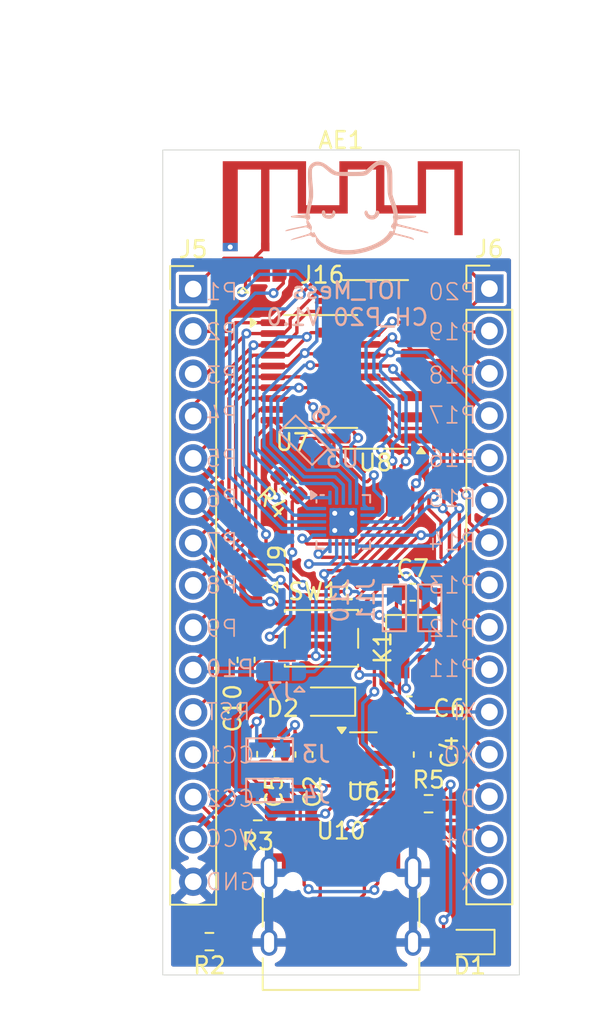
<source format=kicad_pcb>
(kicad_pcb (version 20241229) (generator "pcbnew") (generator_version "9.0")
  (layers (0 "F.Cu" signal) (2 "B.Cu" signal) (13 "F.Paste" user) (15 "B.Paste" user) (5 "F.SilkS" user "F.Silkscreen") (7 "B.SilkS" user "B.Silkscreen") (1 "F.Mask" user) (3 "B.Mask" user) (25 "Edge.Cuts" user))
  (net 0 "")
  (net 1 "5V")
  (net 2 "P_0")
  (net 3 "+3.3V")
  (net 4 "Net-(D2-A)")
  (net 5 "VCC")
  (net 6 "P_5")
  (net 7 "P_20")
  (net 8 "CC2")
  (net 9 "CC1")
  (net 10 "P_19")
  (net 11 "P_1")
  (net 12 "P_14")
  (net 13 "P_6")
  (net 14 "P_3")
  (net 15 "P_16")
  (net 16 "P_10")
  (net 17 "P_13")
  (net 18 "P_9")
  (net 19 "P_17")
  (net 20 "P_4")
  (net 21 "P_7")
  (net 22 "P_15")
  (net 23 "P_18")
  (net 24 "P_8")
  (net 25 "P_2")
  (net 26 "P_11")
  (net 27 "P_12")
  (net 29 "D-")
  (net 30 "D+")
  (net 33 "OSCO")
  (net 34 "OSCI")
  (net 35 "RST")
  (net 36 "Net-(D1-A)")
  (net 37 "ANT")
  (footprint "Capacitor_SMD:C_0603_1608Metric" (layer "F.Cu") (at 107.975 100.75 -90)
    (property "Reference" "C5")
    (property "Value" "1u")
  )
  (footprint "Capacitor_SMD:C_0603_1608Metric" (layer "F.Cu") (at 106.8 95.1 90)
    (property "Reference" "C10")
    (property "Value" ".1u")
  )
  (footprint "Crystal:Crystal_SMD_3225-4Pin_3.2x2.5mm" (layer "F.Cu") (at 116.85 94.4 -90)
    (property "Reference" "K1")
    (property "Value" "Crystal")
  )
  (footprint "Package_TO_SOT_SMD:SOT-23-5" (layer "F.Cu") (at 113.8375 101)
    (property "Reference" "U6")
    (property "Value" "ME6211C33M5")
  )
  (footprint "Resistor_SMD:R_0603_1608Metric" (layer "F.Cu") (at 104.6 112 180)
    (property "Reference" "R2")
    (property "Value" "5.1K")
  )
  (footprint "Package_SO:SOP-16_3.9x9.9mm_P1.27mm" (layer "F.Cu") (at 114.571249 77.365 180)
    (property "Reference" "U8")
    (property "Value" "~")
  )
  (footprint "Connector_USB:USB_C_Receptacle_HRO_TYPE-C-31-M-12" (layer "F.Cu") (at 112.5 111)
    (property "Reference" "U10")
    (property "Value" "USB_C_Receptacle_USB2.0_16P")
  )
  (footprint "Capacitor_SMD:C_0603_1608Metric" (layer "F.Cu") (at 110.275 100.775 -90)
    (property "Reference" "C2")
    (property "Value" "10u")
  )
  (footprint "Capacitor_SMD:C_0603_1608Metric" (layer "F.Cu") (at 116.6 97.8)
    (property "Reference" "C6")
    (property "Value" "12-25pF")
  )
  (footprint "Resistor_SMD:R_0603_1608Metric" (layer "F.Cu") (at 109.371249 84.64 135)
    (property "Reference" "R4")
    (property "Value" "1.5K")
  )
  (footprint "Button_Switch_SMD:SW_SPST_PTS810" (layer "F.Cu") (at 111.325 93.8 180)
    (property "Reference" "SW11")
    (property "Value" "SW_Push")
  )
  (footprint "Resistor_SMD:R_0603_1608Metric" (layer "F.Cu") (at 107.5 104.2)
    (property "Reference" "R3")
    (property "Value" "5.1K")
  )
  (footprint "Diode_SMD:D_SOD-323" (layer "F.Cu") (at 111.7375 97.6 180)
    (property "Reference" "D2")
    (property "Value" "1N5819WS")
  )
  (footprint "Capacitor_SMD:C_0603_1608Metric" (layer "F.Cu") (at 116.800001 91.04)
    (property "Reference" "C7")
    (property "Value" "12-25pF")
  )
  (footprint "IOT-Mess-Footprints:Jumper-3_P1.3mm_Open_RoundedPad1.0x1.5mm" (layer "F.Cu") (at 107.475001 89.615 90)
    (property "Reference" "J9")
    (property "Value" "Jumper")
  )
  (footprint "Connector_PinHeader_2.54mm:PinHeader_1x15_P2.54mm_Vertical" (layer "F.Cu") (at 121.4 72.82)
    (property "Reference" "J6")
    (property "Value" "Conn_01x15_Pin")
  )
  (footprint "Capacitor_SMD:C_0603_1608Metric" (layer "F.Cu") (at 117.375 100.775 -90)
    (property "Reference" "C4")
    (property "Value" "1u")
  )
  (footprint "LED_SMD:LED_0603_1608Metric" (layer "F.Cu") (at 120.225 112.025 180)
    (property "Reference" "D1")
    (property "Value" "LED")
  )
  (footprint "Package_SO:TSSOP-20_4.4x6.5mm_P0.65mm" (layer "F.Cu") (at 111.271249 77.79)
    (property "Reference" "U7")
    (property "Value" "~")
  )
  (footprint "Connector_PinHeader_2.54mm:PinHeader_1x15_P2.54mm_Vertical" (layer "F.Cu") (at 103.625 72.845)
    (property "Reference" "J5")
    (property "Value" "Conn_01x15_Pin")
  )
  (footprint "RF_Antenna:Texas_SWRA117D_2.4GHz_Right" (layer "F.Cu") (at 107.95 70.325)
    (property "Reference" "AE1")
    (property "Value" "Antenna")
  )
  (footprint "Resistor_SMD:R_0603_1608Metric" (layer "F.Cu") (at 117.75 103.725)
    (property "Reference" "R5")
    (property "Value" "R")
  )
  (footprint "IOT-Mess-Footprints:Jumper-3_P1.3mm_Open_RoundedPad1.0x1.5mm" (layer "F.Cu") (at 107.733748 71.8575)
    (property "Reference" "J16")
    (property "Value" "Jumper")
  )
  (footprint "IOT-Mess-Footprints:Jumpper-triangle" (layer "B.Cu") (at 108.212501 100.5)
    (property "Reference" "J4")
    (property "Value" "Jumper_2")
  )
  (footprint "IOT-Mess-Footprints:Jumper-3_P1.3mm_Open_RoundedPad1.0x1.5mm" (layer "B.Cu") (at 108.900001 95.8 180)
    (property "Reference" "J7")
    (property "Value" "Jumper")
  )
  (footprint "IOT-Mess-Footprints:Jumpper-triangle" (layer "B.Cu") (at 115.7 91.975001 90)
    (property "Reference" "J10")
    (property "Value" "Jumper_2")
  )
  (footprint "catIcon.preety:catIcon8x8" (layer "B.Cu") (at 113.306458 67.932904 180)
    (property "Reference" "G***" (hide yes))
    (property "Value" "LOGO" (hide yes))
  )
  (footprint "IOT-Mess-Footprints:Jumpper-triangle" (layer "B.Cu") (at 117.825 91.975 90)
    (property "Reference" "J11")
    (property "Value" "Jumper_2")
  )
  (footprint "Package_DFN_QFN:QFN-20-1EP_3x3mm_P0.4mm_EP1.65x1.65mm_ThermalVias" (layer "B.Cu") (at 112.633749 86.815 -90)
    (property "Reference" "U3")
    (property "Value" "~")
  )
  (footprint "IOT-Mess-Footprints:Jumpper-triangle" (layer "B.Cu") (at 110.271249 81.915 135)
    (property "Reference" "J8")
    (property "Value" "Jumper_2")
  )
  (footprint "IOT-Mess-Footprints:Jumpper-triangle" (layer "B.Cu") (at 108.2 102.925 180)
    (property "Reference" "J3")
    (property "Value" "Jumper_2")
  )
  (gr_rect (start 101.8 64.5) (end 123.2 114) (stroke (width 0.05)) (fill no) (layer "Edge.Cuts"))
  (gr_text "P19" (at 120.7 76 0) (layer "B.SilkS") (effects (font (size 1 1) (thickness 0.1)) (justify left bottom mirror)))
  (gr_text "P6" (at 104.3 86 0) (layer "B.SilkS") (effects (font (size 1 1) (thickness 0.1)) (justify right bottom mirror)))
  (gr_text "P17" (at 120.7 81 0) (layer "B.SilkS") (effects (font (size 1 1) (thickness 0.1)) (justify left bottom mirror)))
  (gr_text "P14" (at 120.7 88.6 0) (layer "B.SilkS") (effects (font (size 1 1) (thickness 0.1)) (justify left bottom mirror)))
  (gr_text "XI" (at 120.7 98.8 0) (layer "B.SilkS") (effects (font (size 1 1) (thickness 0.1)) (justify left bottom mirror)))
  (gr_text "P18" (at 120.7 78.6 0) (layer "B.SilkS") (effects (font (size 1 1) (thickness 0.1)) (justify left bottom mirror)))
  (gr_text "D-" (at 120.7 104 0) (layer "B.SilkS") (effects (font (size 1 1) (thickness 0.1)) (justify left bottom mirror)))
  (gr_text "P2" (at 104.3 76 0) (layer "B.SilkS") (effects (font (size 1 1) (thickness 0.1)) (justify right bottom mirror)))
  (gr_text "X" (at 120.7 109 0) (layer "B.SilkS") (effects (font (size 1 1) (thickness 0.1)) (justify left bottom mirror)))
  (gr_text "GND" (at 104.3 109 0) (layer "B.SilkS") (effects (font (size 1 1) (thickness 0.1)) (justify right bottom mirror)))
  (gr_text "P4" (at 104.3 81 0) (layer "B.SilkS") (effects (font (size 1 1) (thickness 0.1)) (justify right bottom mirror)))
  (gr_text "RST" (at 104.3 98.8 0) (layer "B.SilkS") (effects (font (size 1 1) (thickness 0.1)) (justify right bottom mirror)))
  (gr_text "P9" (at 104.3 93.8 0) (layer "B.SilkS") (effects (font (size 1 1) (thickness 0.1)) (justify right bottom mirror)))
  (gr_text "P3" (at 104.3 78.6 0) (layer "B.SilkS") (effects (font (size 1 1) (thickness 0.1)) (justify right bottom mirror)))
  (gr_text "CC1" (at 104.3 101.4 0) (layer "B.SilkS") (effects (font (size 1 1) (thickness 0.1)) (justify right bottom mirror)))
  (gr_text "P7" (at 104.3 88.6 0) (layer "B.SilkS") (effects (font (size 1 1) (thickness 0.1)) (justify right bottom mirror)))
  (gr_text "P11" (at 120.7 96.2 0) (layer "B.SilkS") (effects (font (size 1 1) (thickness 0.1)) (justify left bottom mirror)))
  (gr_text "CC2" (at 104.3 104 0) (layer "B.SilkS") (effects (font (size 1 1) (thickness 0.1)) (justify right bottom mirror)))
  (gr_text "IOT_Mess\nCH_P20 V1.0\n" (at 112.875 75.125 0) (layer "B.SilkS") (effects (font (size 1 1)) (justify bottom mirror)))
  (gr_text "P16" (at 120.7 83.6 0) (layer "B.SilkS") (effects (font (size 1 1) (thickness 0.1)) (justify left bottom mirror)))
  (gr_text "P15" (at 120.7 86 0) (layer "B.SilkS") (effects (font (size 1 1) (thickness 0.1)) (justify left bottom mirror)))
  (gr_text "P8" (at 104.3 91.2 0) (layer "B.SilkS") (effects (font (size 1 1) (thickness 0.1)) (justify right bottom mirror)))
  (gr_text "P13" (at 120.7 91.2 0) (layer "B.SilkS") (effects (font (size 1 1) (thickness 0.1)) (justify left bottom mirror)))
  (gr_text "P1" (at 104.3 73.6 0) (layer "B.SilkS") (effects (font (size 1 1) (thickness 0.1)) (justify right bottom mirror)))
  (gr_text "P10" (at 104.3 96.2 0) (layer "B.SilkS") (effects (font (size 1 1) (thickness 0.125)) (justify right bottom mirror)))
  (gr_text "D+" (at 120.7 106.4 0) (layer "B.SilkS") (effects (font (size 1 1) (thickness 0.1)) (justify left bottom mirror)))
  (gr_text "P20" (at 120.7 73.6 0) (layer "B.SilkS") (effects (font (size 1 1) (thickness 0.1)) (justify left bottom mirror)))
  (gr_text "XO" (at 120.7 101.4 0) (layer "B.SilkS") (effects (font (size 1 1) (thickness 0.1)) (justify left bottom mirror)))
  (gr_text "P12" (at 120.7 93.8 0) (layer "B.SilkS") (effects (font (size 1 1) (thickness 0.1)) (justify left bottom mirror)))
  (gr_text "VCC" (at 104.3 106.4 0) (layer "B.SilkS") (effects (font (size 1 1) (thickness 0.1)) (justify right bottom mirror)))
  (gr_text "P5" (at 104.3 83.6 0) (layer "B.SilkS") (effects (font (size 1 1) (thickness 0.1)) (justify right bottom mirror)))
  (segment (start 112.7 100.05) (end 113.054468 100.05) (width 0.2) (layer "F.Cu") (net 1))
  (segment (start 110.275 100) (end 108 100) (width 0.2) (layer "F.Cu") (net 1))
  (segment (start 112.7875 97.6) (end 112.7875 99.9625) (width 0.2) (layer "F.Cu") (net 1))
  (segment (start 109.7375 99.4625) (end 110.275 100) (width 0.2) (layer "F.Cu") (net 1))
  (segment (start 109.975 100) (end 112.65 100) (width 0.2) (layer "F.Cu") (net 1))
  (segment (start 113.6635 101.648999) (end 113.362499 101.95) (width 0.2) (layer "F.Cu") (net 1))
  (segment (start 109.7375 99) (end 109.7375 99.4625) (width 0.2) (layer "F.Cu") (net 1))
  (segment (start 113.054468 100.05) (end 113.6635 100.659032) (width 0.2) (layer "F.Cu") (net 1))
  (segment (start 113.6635 100.659032) (end 113.6635 101.648999) (width 0.2) (layer "F.Cu") (net 1))
  (segment (start 109.95 99.975) (end 109.975 100) (width 0.2) (layer "F.Cu") (net 1))
  (segment (start 108 100) (end 107.975 99.975) (width 0.2) (layer "F.Cu") (net 1))
  (segment (start 113.362499 101.95) (end 112.7 101.95) (width 0.2) (layer "F.Cu") (net 1))
  (segment (start 112.65 100) (end 112.7 100.05) (width 0.2) (layer "F.Cu") (net 1))
  (segment (start 112.7875 99.9625) (end 112.7 100.05) (width 0.2) (layer "F.Cu") (net 1))
  (via (at 109.7375 99) (size 0.6) (drill 0.3) (layers "F.Cu" "B.Cu") (net 1))
  (segment (start 108.9375 100.5) (end 108.9375 99.8) (width 0.2) (layer "B.Cu") (net 1))
  (segment (start 108.9375 99.8) (end 109.7375 99) (width 0.2) (layer "B.Cu") (net 1))
  (segment (start 113.208749 86.24) (end 113.208749 87.39) (width 0.2) (layer "F.Cu") (net 2))
  (segment (start 112.058749 86.24) (end 113.208749 86.24) (width 0.2) (layer "F.Cu") (net 2))
  (segment (start 112.058749 87.39) (end 112.058749 86.24) (width 0.2) (layer "F.Cu") (net 2))
  (segment (start 112.058749 87.39) (end 113.208749 87.39) (width 0.2) (layer "F.Cu") (net 2))
  (via (at 113.15 86.3) (size 0.6) (drill 0.3) (layers "F.Cu" "B.Cu") (net 2))
  (via (at 113.14 87.32) (size 0.6) (drill 0.3) (layers "F.Cu" "B.Cu") (net 2))
  (via (at 112.12 87.33) (size 0.6) (drill 0.3) (layers "F.Cu" "B.Cu") (net 2))
  (via (at 112.12 86.3) (size 0.6) (drill 0.3) (layers "F.Cu" "B.Cu") (net 2))
  (segment (start 115.9385 101.0135) (end 114.975 100.05) (width 0.2) (layer "F.Cu") (net 3))
  (segment (start 111.4 102.8) (end 111.55 102.65) (width 0.2) (layer "F.Cu") (net 3))
  (segment (start 117.325 100.05) (end 117.375 100) (width 0.2) (layer "F.Cu") (net 3))
  (segment (start 115.9385 102.290968) (end 115.9385 101.0135) (width 0.2) (layer "F.Cu") (net 3))
  (segment (start 114.975 100.05) (end 117.325 100.05) (width 0.2) (layer "F.Cu") (net 3))
  (segment (start 115.579468 102.65) (end 115.9385 102.290968) (width 0.2) (layer "F.Cu") (net 3))
  (segment (start 111.55 102.65) (end 115.579468 102.65) (width 0.2) (layer "F.Cu") (net 3))
  (via (at 111.4 102.8) (size 0.6) (drill 0.3) (layers "F.Cu" "B.Cu") (net 3))
  (segment (start 111.4 102.8) (end 111.3 102.9) (width 0.2) (layer "B.Cu") (net 3))
  (segment (start 111.3 102.9) (end 108.962499 102.9) (width 0.2) (layer "B.Cu") (net 3))
  (segment (start 114.5 108.7) (end 114.701 108.499) (width 0.2) (layer "F.Cu") (net 4))
  (segment (start 110.05 103.55) (end 110.05 106.955) (width 0.2) (layer "F.Cu") (net 4))
  (segment (start 114.701 108.499) (end 114.701 107.204) (width 0.2) (layer "F.Cu") (net 4))
  (segment (start 107.4375 98.8) (end 106.8375 99.4) (width 0.2) (layer "F.Cu") (net 4))
  (segment (start 107.5 102.5) (end 109 102.5) (width 0.2) (layer "F.Cu") (net 4))
  (segment (start 106.8375 99.4) (end 106.8375 101.8375) (width 0.2) (layer "F.Cu") (net 4))
  (segment (start 108.6375 97.6) (end 107.4375 98.8) (width 0.2) (layer "F.Cu") (net 4))
  (segment (start 114.701 107.204) (end 114.95 106.955) (width 0.2) (layer "F.Cu") (net 4))
  (segment (start 109 102.5) (end 110.05 103.55) (width 0.2) (layer "F.Cu") (net 4))
  (segment (start 110.286 107.191) (end 110.05 106.955) (width 0.2) (layer "F.Cu") (net 4))
  (segment (start 114.5 108.9) (end 114.5 108.7) (width 0.2) (layer "F.Cu") (net 4))
  (segment (start 110.55 108.85) (end 110.286 108.586) (width 0.2) (layer "F.Cu") (net 4))
  (segment (start 110.286 108.586) (end 110.286 107.191) (width 0.2) (layer "F.Cu") (net 4))
  (segment (start 110.6875 97.6) (end 108.6375 97.6) (width 0.2) (layer "F.Cu") (net 4))
  (segment (start 106.8375 101.8375) (end 107.5 102.5) (width 0.2) (layer "F.Cu") (net 4))
  (via (at 110.55 108.85) (size 0.6) (drill 0.3) (layers "F.Cu" "B.Cu") (net 4))
  (via (at 107.4375 98.8) (size 0.6) (drill 0.3) (layers "F.Cu" "B.Cu") (net 4))
  (via (at 114.5 108.9) (size 0.6) (drill 0.3) (layers "F.Cu" "B.Cu") (net 4))
  (segment (start 107.4375 98.8) (end 107.4375 100.449998) (width 0.2) (layer "B.Cu") (net 4))
  (segment (start 114.5 108.9) (end 114.4 109) (width 0.2) (layer "B.Cu") (net 4))
  (segment (start 110.7 109) (end 110.55 108.85) (width 0.2) (layer "B.Cu") (net 4))
  (segment (start 107.4375 100.449998) (end 107.487502 100.5) (width 0.2) (layer "B.Cu") (net 4))
  (segment (start 114.4 109) (end 110.7 109) (width 0.2) (layer "B.Cu") (net 4))
  (segment (start 111.55 104.325) (end 112.15 103.725) (width 0.2) (layer "F.Cu") (net 5))
  (segment (start 112.15 103.725) (end 116.925 103.725) (width 0.2) (layer "F.Cu") (net 5))
  (via (at 111.55 104.325) (size 0.6) (drill 0.3) (layers "F.Cu" "B.Cu") (net 5))
  (segment (start 106.2 98.675) (end 106.2 102.9) (width 0.2) (layer "B.Cu") (net 5))
  (segment (start 111.425 104.45) (end 108.175 104.45) (width 0.2) (layer "B.Cu") (net 5))
  (segment (start 107.512501 102.9) (end 106.2 102.9) (width 0.2) (layer "B.Cu") (net 5))
  (segment (start 103.625 105.475) (end 103.625 105.865) (width 0.2) (layer "B.Cu") (net 5))
  (segment (start 108.900001 96.062041) (end 108.900001 95.8) (width 0.2) (layer "B.Cu") (net 5))
  (segment (start 106.287042 98.675) (end 108.900001 96.062041) (width 0.2) (layer "B.Cu") (net 5))
  (segment (start 108.175 104.45) (end 107.475001 103.750001) (width 0.2) (layer "B.Cu") (net 5))
  (segment (start 111.55 104.325) (end 111.425 104.45) (width 0.2) (layer "B.Cu") (net 5))
  (segment (start 106.2 98.675) (end 106.287042 98.675) (width 0.2) (layer "B.Cu") (net 5))
  (segment (start 106.2 102.9) (end 103.625 105.475) (width 0.2) (layer "B.Cu") (net 5))
  (segment (start 107.475001 103.750001) (end 107.475001 102.925) (width 0.2) (layer "B.Cu") (net 5))
  (segment (start 105.177 83.993) (end 103.625 85.545) (width 0.2) (layer "F.Cu") (net 6))
  (segment (start 111.971249 76.73) (end 110.081249 76.73) (width 0.2) (layer "F.Cu") (net 6))
  (segment (start 106.766249 71.965) (end 106.833749 71.8975) (width 0.2) (layer "F.Cu") (net 6))
  (segment (start 110.081249 76.73) (end 109.346249 77.465) (width 0.2) (layer "F.Cu") (net 6))
  (segment (start 112.45455 90.991685) (end 112.248235 91.198) (width 0.2) (layer "F.Cu") (net 6))
  (segment (start 112.248235 91.198) (end 109.773001 91.198) (width 0.2) (layer "F.Cu") (net 6))
  (segment (start 108.408749 77.465) (end 107.146249 77.465) (width 0.2) (layer "F.Cu") (net 6))
  (segment (start 106.766249 72.82147) (end 106.766249 71.965) (width 0.2) (layer "F.Cu") (net 6))
  (segment (start 107.146249 77.465) (end 105.177 79.434249) (width 0.2) (layer "F.Cu") (net 6))
  (segment (start 105.177 79.434249) (end 105.177 83.993) (width 0.2) (layer "F.Cu") (net 6))
  (segment (start 109.346249 77.465) (end 108.408749 77.465) (width 0.2) (layer "F.Cu") (net 6))
  (segment (start 106.559484 73.028235) (end 106.766249 72.82147) (width 0.2) (layer "F.Cu") (net 6))
  (segment (start 112.892685 90.991685) (end 112.45455 90.991685) (width 0.2) (layer "F.Cu") (net 6))
  (segment (start 109.773001 91.198) (end 108.875001 90.3) (width 0.2) (layer "F.Cu") (net 6))
  (via (at 108.875001 90.3) (size 0.6) (drill 0.3) (layers "F.Cu" "B.Cu") (net 6))
  (via (at 110.319778 76.688529) (size 0.6) (drill 0.3) (layers "F.Cu" "B.Cu") (net 6))
  (via (at 106.559484 73.028235) (size 0.6) (drill 0.3) (layers "F.Cu" "B.Cu") (net 6))
  (via (at 112.892685 90.991685) (size 0.6) (drill 0.3) (layers "F.Cu" "B.Cu") (net 6))
  (segment (start 111.946249 84.515) (end 112.233749 84.8025) (width 0.2) (layer "B.Cu") (net 6))
  (segment (start 112.892685 90.991685) (end 113.46192 90.991685) (width 0.2) (layer "B.Cu") (net 6))
  (segment (start 110.319778 76.688529) (end 107.871249 79.137058) (width 0.2) (layer "B.Cu") (net 6))
  (segment (start 112.233749 84.8025) (end 112.233749 85.365) (width 0.2) (layer "B.Cu") (net 6))
  (segment (start 106.559484 73.028235) (end 107.622719 71.965) (width 0.2) (layer "B.Cu") (net 6))
  (segment (start 109.746192 71.965) (end 111.046513 73.265321) (width 0.2) (layer "B.Cu") (net 6))
  (segment (start 107.622719 71.965) (end 109.746192 71.965) (width 0.2) (layer "B.Cu") (net 6))
  (segment (start 110.105449 84.515) (end 111.946249 84.515) (width 0.2) (layer "B.Cu") (net 6))
  (segment (start 107.871249 79.137058) (end 107.871249 82.2808) (width 0.2) (layer "B.Cu") (net 6))
  (segment (start 108.875001 90.3) (end 108.38 90.3) (width 0.2) (layer "B.Cu") (net 6))
  (segment (start 113.46192 90.991685) (end 113.720237 91.250002) (width 0.2) (layer "B.Cu") (net 6))
  (segment (start 108.38 90.3) (end 103.625 85.545) (width 0.2) (layer "B.Cu") (net 6))
  (segment (start 111.046513 73.265321) (end 111.046513 75.961794) (width 0.2) (layer "B.Cu") (net 6))
  (segment (start 107.871249 82.2808) (end 110.105449 84.515) (width 0.2) (layer "B.Cu") (net 6))
  (segment (start 111.046513 75.961794) (end 110.319778 76.688529) (width 0.2) (layer "B.Cu") (net 6))
  (segment (start 113.720237 91.250002) (end 115.7 91.250002) (width 0.2) (layer "B.Cu") (net 6))
  (segment (start 108.446249 73.09) (end 109.033749 72.5025) (width 0.2) (layer "F.Cu") (net 7))
  (segment (start 114.133749 74.865) (end 114.808749 74.19) (width 0.2) (layer "F.Cu") (net 7))
  (segment (start 109.566248 71.125) (end 108.833748 71.8575) (width 0.2) (layer "F.Cu") (net 7))
  (segment (start 120.03 74.19) (end 121.4 72.82) (width 0.2) (layer "F.Cu") (net 7))
  (segment (start 119.613748 71.125) (end 109.566248 71.125) (width 0.2) (layer "F.Cu") (net 7))
  (segment (start 121.233748 72.745) (end 119.613748 71.125) (width 0.2) (layer "F.Cu") (net 7))
  (segment (start 114.808749 74.19) (end 120.03 74.19) (width 0.2) (layer "F.Cu") (net 7))
  (segment (start 109.033749 72.5025) (end 109.033749 71.8975) (width 0.2) (layer "F.Cu") (net 7))
  (via (at 108.446249 73.09) (size 0.6) (drill 0.3) (layers "F.Cu" "B.Cu") (net 7))
  (segment (start 105.821249 74.59) (end 105.821249 84.09) (width 0.2) (layer "B.Cu") (net 7))
  (segment (start 105.846249 74.59) (end 105.821249 74.59) (width 0.2) (layer "B.Cu") (net 7))
  (segment (start 108.946249 87.215) (end 111.183749 87.215) (width 0.2) (layer "B.Cu") (net 7))
  (segment (start 107.346249 73.09) (end 105.846249 74.59) (width 0.2) (layer "B.Cu") (net 7))
  (segment (start 105.821249 84.09) (end 108.946249 87.215) (width 0.2) (layer "B.Cu") (net 7))
  (segment (start 108.446249 73.09) (end 107.346249 73.09) (width 0.2) (layer "B.Cu") (net 7))
  (segment (start 105.425 105.125) (end 105.425 112) (width 0.2) (layer "F.Cu") (net 8))
  (segment (start 107.224 110.201) (end 112.846943 110.201) (width 0.2) (layer "F.Cu") (net 8))
  (segment (start 114.25 107.851) (end 114.25 106.955) (width 0.2) (layer "F.Cu") (net 8))
  (segment (start 103.625 103.325) (end 105.425 105.125) (width 0.2) (layer "F.Cu") (net 8))
  (segment (start 112.846943 110.201) (end 113.899 109.148943) (width 0.2) (layer "F.Cu") (net 8))
  (segment (start 113.899 109.148943) (end 113.899 108.202) (width 0.2) (layer "F.Cu") (net 8))
  (segment (start 105.425 112) (end 107.224 110.201) (width 0.2) (layer "F.Cu") (net 8))
  (segment (start 113.899 108.202) (end 114.25 107.851) (width 0.2) (layer "F.Cu") (net 8))
  (segment (start 103.7 103.4) (end 103.625 103.325) (width 0.2) (layer "B.Cu") (net 8))
  (segment (start 106.675 104.2) (end 106.675 108.975) (width 0.2) (layer "F.Cu") (net 9))
  (segment (start 106.675 104.2) (end 106.675 103.835) (width 0.2) (layer "F.Cu") (net 9))
  (segment (start 106.675 108.975) (end 107.5 109.8) (width 0.2) (layer "F.Cu") (net 9))
  (segment (start 110.7 109.8) (end 111.25 109.25) (width 0.2) (layer "F.Cu") (net 9))
  (segment (start 107.5 109.8) (end 110.7 109.8) (width 0.2) (layer "F.Cu") (net 9))
  (segment (start 111.25 109.25) (end 111.25 106.955) (width 0.2) (layer "F.Cu") (net 9))
  (segment (start 106.675 103.835) (end 103.625 100.785) (width 0.2) (layer "F.Cu") (net 9))
  (segment (start 111.396192 88.14) (end 111.395192 88.139) (width 0.2) (layer "F.Cu") (net 10))
  (segment (start 115.286385 83.701977) (end 115.286385 86.274864) (width 0.2) (layer "F.Cu") (net 10))
  (segment (start 115.521249 74.79) (end 114.796249 75.515) (width 0.2) (layer "F.Cu") (net 10))
  (segment (start 115.286385 86.274864) (end 113.421249 88.14) (width 0.2) (layer "F.Cu") (net 10))
  (segment (start 110.171249 87.84) (end 110.171249 87.815) (width 0.2) (layer "F.Cu") (net 10))
  (segment (start 115.571249 74.79) (end 115.621249 74.84) (width 0.2) (layer "F.Cu") (net 10))
  (segment (start 114.796249 75.515) (end 114.133749 75.515) (width 0.2) (layer "F.Cu") (net 10))
  (segment (start 115.571249 74.79) (end 115.521249 74.79) (width 0.2) (layer "F.Cu") (net 10))
  (segment (start 110.896306 88.14) (end 110.471249 88.14) (width 0.2) (layer "F.Cu") (net 10))
  (segment (start 115.621249 74.84) (end 116.451248 74.84) (width 0.2) (layer "F.Cu") (net 10))
  (segment (start 116.451248 74.84) (end 117.071249 75.460001) (width 0.2) (layer "F.Cu") (net 10))
  (segment (start 116.91625 75.515) (end 116.971249 75.460001) (width 0.2) (layer "F.Cu") (net 10))
  (segment (start 113.421249 88.14) (end 111.396192 88.14) (width 0.2) (layer "F.Cu") (net 10))
  (segment (start 110.897306 88.139) (end 110.896306 88.14) (width 0.2) (layer "F.Cu") (net 10))
  (segment (start 116.771248 75.420001) (end 121.711247 75.420001) (width 0.2) (layer "F.Cu") (net 10))
  (segment (start 114.9 83.315592) (end 115.286385 83.701977) (width 0.2) (layer "F.Cu") (net 10))
  (segment (start 114.9 82.5) (end 114.9 83.315592) (width 0.2) (layer "F.Cu") (net 10))
  (segment (start 110.471249 88.14) (end 110.171249 87.84) (width 0.2) (layer "F.Cu") (net 10))
  (segment (start 111.395192 88.139) (end 110.897306 88.139) (width 0.2) (layer "F.Cu") (net 10))
  (via (at 114.9 82.5) (size 0.6) (drill 0.3) (layers "F.Cu" "B.Cu") (net 10))
  (via (at 115.571249 74.79) (size 0.6) (drill 0.3) (layers "F.Cu" "B.Cu") (net 10))
  (via (at 110.171249 87.815) (size 0.6) (drill 0.3) (layers "F.Cu" "B.Cu") (net 10))
  (segment (start 115.598 81.587224) (end 115.598 79.798) (width 0.2) (layer "B.Cu") (net 10))
  (segment (start 115.182716 82.017284) (end 115.182716 82.002508) (width 0.2) (layer "B.Cu") (net 10))
  (segment (start 110.296249 87.94) (end 110.471249 87.94) (width 0.2) (layer "B.Cu") (net 10))
  (segment (start 114.7 82.5) (end 115.182716 82.017284) (width 0.2) (layer "B.Cu") (net 10))
  (segment (start 115.421249 74.79) (end 115.571249 74.79) (width 0.2) (layer "B.Cu") (net 10))
  (segment (start 110.796249 87.615) (end 111.183749 87.615) (width 0.2) (layer "B.Cu") (net 10))
  (segment (start 114 76.211249) (end 115.421249 74.79) (width 0.2) (layer "B.Cu") (net 10))
  (segment (start 114.9 82.5) (end 114.7 82.5) (width 0.2) (layer "B.Cu") (net 10))
  (segment (start 115.598 79.798) (end 114 78.2) (width 0.2) (layer "B.Cu") (net 10))
  (segment (start 115.182716 82.002508) (end 115.598 81.587224) (width 0.2) (layer "B.Cu") (net 10))
  (segment (start 110.171249 87.815) (end 110.296249 87.94) (width 0.2) (layer "B.Cu") (net 10))
  (segment (start 114 78.2) (end 114 76.211249) (width 0.2) (layer "B.Cu") (net 10))
  (segment (start 110.471249 87.94) (end 110.796249 87.615) (width 0.2) (layer "B.Cu") (net 10))
  (segment (start 103.625 75.385) (end 105.656249 75.385) (width 0.2) (layer "F.Cu") (net 11))
  (segment (start 110.930281 72.318999) (end 116.370249 72.318999) (width 0.2) (layer "F.Cu") (net 11))
  (segment (start 106.176249 74.865) (end 108.408749 74.865) (width 0.2) (layer "F.Cu") (net 11))
  (segment (start 116.370249 72.318999) (end 116.971249 72.919999) (width 0.2) (layer "F.Cu") (net 11))
  (segment (start 108.408749 74.840531) (end 110.090265 73.159016) (width 0.2) (layer "F.Cu") (net 11))
  (segment (start 105.656249 75.385) (end 106.176249 74.865) (width 0.2) (layer "F.Cu") (net 11))
  (segment (start 108.408749 74.865) (end 108.408749 74.840531) (width 0.2) (layer "F.Cu") (net 11))
  (segment (start 110.090265 73.159016) (end 110.930281 72.318999) (width 0.2) (layer "F.Cu") (net 11))
  (segment (start 103.715 75.475) (end 103.625 75.385) (width 0.2) (layer "F.Cu") (net 11))
  (via (at 110.090265 73.159016) (size 0.6) (drill 0.3) (layers "F.Cu" "B.Cu") (net 11))
  (segment (start 107.296249 74.04) (end 109.209281 74.04) (width 0.2) (layer "B.Cu") (net 11))
  (segment (start 111.183749 86.815) (end 109.171249 86.815) (width 0.2) (layer "B.Cu") (net 11))
  (segment (start 106.221249 83.865) (end 106.221249 75.115) (width 0.2) (layer "B.Cu") (net 11))
  (segment (start 109.209281 74.04) (end 110.090265 73.159016) (width 0.2) (layer "B.Cu") (net 11))
  (segment (start 109.171249 86.815) (end 106.221249 83.865) (width 0.2) (layer "B.Cu") (net 11))
  (segment (start 106.221249 75.115) (end 107.296249 74.04) (width 0.2) (layer "B.Cu") (net 11))
  (segment (start 115.401248 79.269999) (end 117.971248 79.269999) (width 0.2) (layer "F.Cu") (net 12))
  (segment (start 120 85.2) (end 120.201 85.401) (width 0.2) (layer "F.Cu") (net 12))
  (segment (start 114.896249 78.765) (end 115.401248 79.269999) (width 0.2) (layer "F.Cu") (net 12))
  (segment (start 120.201 85.401) (end 120.201 86.861) (width 0.2) (layer "F.Cu") (net 12))
  (segment (start 114.133749 78.765) (end 114.896249 78.765) (width 0.2) (layer "F.Cu") (net 12))
  (segment (start 120.201 86.861) (end 121.4 88.06) (width 0.2) (layer "F.Cu") (net 12))
  (segment (start 119.471249 80.77) (end 119.471249 84.671249) (width 0.2) (layer "F.Cu") (net 12))
  (segment (start 119.471249 84.671249) (end 120 85.2) (width 0.2) (layer "F.Cu") (net 12))
  (segment (start 117.971248 79.269999) (end 119.471249 80.77) (width 0.2) (layer "F.Cu") (net 12))
  (via (at 120 85.2) (size 0.6) (drill 0.3) (layers "F.Cu" "B.Cu") (net 12))
  (segment (start 120.201 86.248943) (end 120.201 85.401) (width 0.2) (layer "B.Cu") (net 12))
  (segment (start 117.9 88.265) (end 118.184943 88.265) (width 0.2) (layer "B.Cu") (net 12))
  (segment (start 120.201 85.401) (end 120 85.2) (width 0.2) (layer "B.Cu") (net 12))
  (segment (start 113.433749 88.265) (end 117.9 88.265) (width 0.2) (layer "B.Cu") (net 12))
  (segment (start 118.184943 88.265) (end 120.201 86.248943) (width 0.2) (layer "B.Cu") (net 12))
  (segment (start 105.772249 85.937751) (end 103.625 88.085) (width 0.2) (layer "F.Cu") (net 13))
  (segment (start 110.651699 77.416425) (end 111.387674 77.416425) (width 0.2) (layer "F.Cu") (net 13))
  (segment (start 115.518381 90.081619) (end 113.6 92) (width 0.2) (layer "F.Cu") (net 13))
  (segment (start 108.408749 78.115) (end 107.063349 78.115) (width 0.2) (layer "F.Cu") (net 13))
  (segment (start 107.063349 78.115) (end 105.772249 79.4061) (width 0.2) (layer "F.Cu") (net 13))
  (segment (start 108.273529 91.615) (end 108.250001 91.591472) (width 0.2) (layer "F.Cu") (net 13))
  (segment (start 113.6 92) (end 108.892901 92) (width 0.2) (layer "F.Cu") (net 13))
  (segment (start 108.892901 92) (end 108.507901 91.615) (width 0.2) (layer "F.Cu") (net 13))
  (segment (start 111.856249 78.115) (end 111.971249 78) (width 0.2) (layer "F.Cu") (net 13))
  (segment (start 116.404957 90.081619) (end 115.518381 90.081619) (width 0.2) (layer "F.Cu") (net 13))
  (segment (start 108.507901 91.615) (end 108.273529 91.615) (width 0.2) (layer "F.Cu") (net 13))
  (segment (start 105.772249 79.4061) (end 105.772249 85.937751) (width 0.2) (layer "F.Cu") (net 13))
  (segment (start 108.408749 78.115) (end 111.856249 78.115) (width 0.2) (layer "F.Cu") (net 13))
  (segment (start 111.387674 77.416425) (end 111.971249 78) (width 0.2) (layer "F.Cu") (net 13))
  (via (at 108.250001 91.591472) (size 0.6) (drill 0.3) (layers "F.Cu" "B.Cu") (net 13))
  (via (at 116.404957 90.081619) (size 0.6) (drill 0.3) (layers "F.Cu" "B.Cu") (net 13))
  (via (at 110.651699 77.416425) (size 0.6) (drill 0.3) (layers "F.Cu" "B.Cu") (net 13))
  (segment (start 108.296249 82.1387) (end 110.271549 84.114) (width 0.2) (layer "B.Cu") (net 13))
  (segment (start 116.656619 90.081619) (end 117.825 91.25) (width 0.2) (layer "B.Cu") (net 13))
  (segment (start 107.131472 91.591472) (end 103.625 88.085) (width 0.2) (layer "B.Cu") (net 13))
  (segment (start 108.250001 91.591472) (end 107.131472 91.591472) (width 0.2) (layer "B.Cu") (net 13))
  (segment (start 108.296249 79.415) (end 108.296249 82.1387) (width 0.2) (layer "B.Cu") (net 13))
  (segment (start 112.145249 84.114) (end 112.633749 84.6025) (width 0.2) (layer "B.Cu") (net 13))
  (segment (start 116.404957 90.081619) (end 116.656619 90.081619) (width 0.2) (layer "B.Cu") (net 13))
  (segment (start 112.633749 84.6025) (end 112.633749 85.365) (width 0.2) (layer "B.Cu") (net 13))
  (segment (start 110.271549 84.114) (end 112.145249 84.114) (width 0.2) (layer "B.Cu") (net 13))
  (segment (start 110.294824 77.416425) (end 108.296249 79.415) (width 0.2) (layer "B.Cu") (net 13))
  (segment (start 110.651699 77.416425) (end 110.294824 77.416425) (width 0.2) (layer "B.Cu") (net 13))
  (segment (start 107.246249 76.215) (end 108.358749 76.215) (width 0.2) (layer "F.Cu") (net 14))
  (segment (start 109.848249 75.462999) (end 109.848249 74.863) (width 0.2) (layer "F.Cu") (net 14))
  (segment (start 107.246249 76.215) (end 107.129149 76.215) (width 0.2) (layer "F.Cu") (net 14))
  (segment (start 110.521249 74.19) (end 112.071249 74.19) (width 0.2) (layer "F.Cu") (net 14))
  (segment (start 107.246249 76.215) (end 109.096248 76.215) (width 0.2) (layer "F.Cu") (net 14))
  (segment (start 109.096248 76.215) (end 109.846248 75.465) (width 0.2) (layer "F.Cu") (net 14))
  (segment (start 109.846248 75.465) (end 109.848249 75.462999) (width 0.2) (layer "F.Cu") (net 14))
  (segment (start 109.848249 74.863) (end 110.521249 74.19) (width 0.2) (layer "F.Cu") (net 14))
  (segment (start 103.625 80.465) (end 103.625 79.836249) (width 0.2) (layer "F.Cu") (net 14))
  (segment (start 103.625 79.836249) (end 107.246249 76.215) (width 0.2) (layer "F.Cu") (net 14))
  (segment (start 103.625 79.775) (end 103.625 80.465) (width 0.2) (layer "F.Cu") (net 14))
  (via (at 107.246249 76.215) (size 0.6) (drill 0.3) (layers "F.Cu" "B.Cu") (net 14))
  (segment (start 110.471249 86.015) (end 111.183749 86.015) (width 0.2) (layer "B.Cu") (net 14))
  (segment (start 107.046249 82.59) (end 110.471249 86.015) (width 0.2) (layer "B.Cu") (net 14))
  (segment (start 107.246249 76.215) (end 107.046249 76.415) (width 0.2) (layer "B.Cu") (net 14))
  (segment (start 107.046249 76.415) (end 107.046249 82.59) (width 0.2) (layer "B.Cu") (net 14))
  (segment (start 115.446249 77.465) (end 115.621249 77.64) (width 0.2) (layer "F.Cu") (net 15))
  (segment (start 111.482791 89.942) (end 111.681791 89.743) (width 0.2) (layer "F.Cu") (net 15))
  (segment (start 115.895249 87.4581) (end 116.8 86.553349) (width 0.2) (layer "F.Cu") (net 15))
  (segment (start 114.133749 77.465) (end 115.446249 77.465) (width 0.2) (layer "F.Cu") (net 15))
  (segment (start 116.8 86.553349) (end 116.8 84.7) (width 0.2) (layer "F.Cu") (net 15))
  (segment (start 116.8 84.7) (end 117 84.5) (width 0.2) (layer "F.Cu") (net 15))
  (segment (start 111.681791 89.743) (end 113.602449 89.743) (width 0.2) (layer "F.Cu") (net 15))
  (segment (start 113.602449 89.743) (end 115.887349 87.4581) (width 0.2) (layer "F.Cu") (net 15))
  (segment (start 115.887349 87.4581) (end 115.895249 87.4581) (width 0.2) (layer "F.Cu") (net 15))
  (via (at 111.482791 89.942) (size 0.6) (drill 0.3) (layers "F.Cu" "B.Cu") (net 15))
  (via (at 115.621249 77.64) (size 0.6) (drill 0.3) (layers "F.Cu" "B.Cu") (net 15))
  (via (at 117 84.5) (size 0.6) (drill 0.3) (layers "F.Cu" "B.Cu") (net 15))
  (segment (start 117.051249 81.7) (end 117.051249 79.12) (width 0.2) (layer "B.Cu") (net 15))
  (segment (start 111.482791 89.942) (end 111.562916 89.861875) (width 0.2) (layer "B.Cu") (net 15))
  (segment (start 117.051249 81.7) (end 118.231249 82.88) (width 0.2) (layer "B.Cu") (net 15))
  (segment (start 115.621249 77.69) (end 115.621249 77.64) (width 0.2) (layer "B.Cu") (net 15))
  (segment (start 112.633749 89.19) (end 112.633749 88.265) (width 0.2) (layer "B.Cu") (net 15))
  (segment (start 121.451248 83.3) (end 121.771248 82.98) (width 0.2) (layer "B.Cu") (net 15))
  (segment (start 111.482791 89.942) (end 111.482791 90.186665) (width 0.2) (layer "B.Cu") (net 15))
  (segment (start 118.231249 82.88) (end 118.231249 82.98) (width 0.2) (layer "B.Cu") (net 15))
  (segment (start 111.6 95.1) (end 110.9 95.8) (width 0.2) (layer "B.Cu") (net 15))
  (segment (start 117.051249 79.12) (end 115.621249 77.69) (width 0.2) (layer "B.Cu") (net 15))
  (segment (start 111.482791 90.186665) (end 111.6 90.303874) (width 0.2) (layer "B.Cu") (net 15))
  (segment (start 111.961874 89.861875) (end 112.633749 89.19) (width 0.2) (layer "B.Cu") (net 15))
  (segment (start 118.231249 82.98) (end 121.4 82.98) (width 0.2) (layer "B.Cu") (net 15))
  (segment (start 110.9 95.8) (end 110 95.8) (width 0.2) (layer "B.Cu") (net 15))
  (segment (start 117.240052 84.259948) (end 117.240052 83.971197) (width 0.2) (layer "B.Cu") (net 15))
  (segment (start 117.240052 83.971197) (end 118.231249 82.98) (width 0.2) (layer "B.Cu") (net 15))
  (segment (start 111.562916 89.861875) (end 111.961874 89.861875) (width 0.2) (layer "B.Cu") (net 15))
  (segment (start 111.6 90.303874) (end 111.6 95.1) (width 0.2) (layer "B.Cu") (net 15))
  (segment (start 117 84.5) (end 117.000052 84.499948) (width 0.2) (layer "B.Cu") (net 15))
  (segment (start 117 84.5) (end 117.240052 84.259948) (width 0.2) (layer "B.Cu") (net 15))
  (segment (start 114.471249 84.016131) (end 114.08738 84.4) (width 0.2) (layer "F.Cu") (net 16))
  (segment (start 106.1 93.4) (end 104.776 94.724) (width 0.2) (layer "F.Cu") (net 16))
  (segment (start 109.50375 81.810001) (end 108.408749 80.715) (width 0.2) (layer "F.Cu") (net 16))
  (segment (start 107.376249 81.7475) (end 107.376249 87.435) (width 0.2) (layer "F.Cu") (net 16))
  (segment (start 104.776 97.094) (end 103.625 98.245) (width 0.2) (layer "F.Cu") (net 16))
  (segment (start 104.776 94.724) (end 104.776 97.094) (width 0.2) (layer "F.Cu") (net 16))
  (segment (start 108.408749 80.715) (end 107.376249 81.7475) (width 0.2) (layer "F.Cu") (net 16))
  (segment (start 107.376249 87.435) (end 106.1 88.711249) (width 0.2) (layer "F.Cu") (net 16))
  (segment (start 113.9 84.4) (end 112.071249 82.571249) (width 0.2) (layer "F.Cu") (net 16))
  (segment (start 106.1 88.711249) (end 106.1 93.4) (width 0.2) (layer "F.Cu") (net 16))
  (segment (start 114.08738 84.4) (end 113.9 84.4) (width 0.2) (layer "F.Cu") (net 16))
  (segment (start 111.971249 81.810001) (end 109.50375 81.810001) (width 0.2) (layer "F.Cu") (net 16))
  (segment (start 112.071249 82.571249) (end 112.071249 81.810001) (width 0.2) (layer "F.Cu") (net 16))
  (via (at 114.471249 84.016131) (size 0.6) (drill 0.3) (layers "F.Cu" "B.Cu") (net 16))
  (segment (start 114.785 86.415) (end 114.083749 86.415) (width 0.2) (layer "B.Cu") (net 16))
  (segment (start 114.471249 84.016131) (end 114.471249 84.9) (width 0.2) (layer "B.Cu") (net 16))
  (segment (start 114.471249 84.9) (end 115 85.428751) (width 0.2) (layer "B.Cu") (net 16))
  (segment (start 115 85.428751) (end 115 86.2) (width 0.2) (layer "B.Cu") (net 16))
  (segment (start 115 86.2) (end 114.785 86.415) (width 0.2) (layer "B.Cu") (net 16))
  (segment (start 118.674149 80.54) (end 119.070249 80.9361) (width 0.2) (layer "F.Cu") (net 17))
  (segment (start 115.996248 80.54) (end 118.674149 80.54) (width 0.2) (layer "F.Cu") (net 17))
  (segment (start 113.201 91.599) (end 109.107472 91.599) (width 0.2) (layer "F.Cu") (net 17))
  (segment (start 119.6 88.8) (end 121.4 90.6) (width 0.2) (layer "F.Cu") (net 17))
  (segment (start 114.133749 79.415) (end 114.871248 79.415) (width 0.2) (layer "F.Cu") (net 17))
  (segment (start 117.3 87.615) (end 117.275 87.59) (width 0.2) (layer "F.Cu") (net 17))
  (segment (start 119.6 86) (end 119.6 88.8) (width 0.2) (layer "F.Cu") (net 17))
  (segment (start 117.21 87.59) (end 113.201 91.599) (width 0.2) (layer "F.Cu") (net 17))
  (segment (start 108.223471 90.714999) (end 107.475001 90.714999) (width 0.2) (layer "F.Cu") (net 17))
  (segment (start 117.275 87.59) (end 117.21 87.59) (width 0.2) (layer "F.Cu") (net 17))
  (segment (start 114.871248 79.415) (end 115.996248 80.54) (width 0.2) (layer "F.Cu") (net 17))
  (segment (start 119.070249 80.9361) (end 119.070249 85.470249) (width 0.2) (layer "F.Cu") (net 17))
  (segment (start 119.070249 85.470249) (end 119.6 86) (width 0.2) (layer "F.Cu") (net 17))
  (segment (start 120.8625 90.125) (end 120.8625 90.525) (width 0.2) (layer "F.Cu") (net 17))
  (segment (start 109.107472 91.599) (end 108.223471 90.714999) (width 0.2) (layer "F.Cu") (net 17))
  (via (at 117.3 87.615) (size 0.6) (drill 0.3) (layers "F.Cu" "B.Cu") (net 17))
  (via (at 119.6 86) (size 0.6) (drill 0.3) (layers "F.Cu" "B.Cu") (net 17))
  (segment (start 119.6 86) (end 117.985 87.615) (width 0.2) (layer "B.Cu") (net 17))
  (segment (start 117.985 87.615) (end 114.083749 87.615) (width 0.2) (layer "B.Cu") (net 17))
  (segment (start 111.971249 80.54) (end 111.646249 80.865) (width 0.2) (layer "F.Cu") (net 18))
  (segment (start 108.408749 80.065) (end 107.646249 80.065) (width 0.2) (layer "F.Cu") (net 18))
  (segment (start 106.975249 87.2689) (end 105.6 88.644149) (width 0.2) (layer "F.Cu") (net 18))
  (segment (start 113.521249 81.77481) (end 113.322249 81.57581) (width 0.2) (layer "F.Cu") (net 18))
  (segment (start 105.6 93.3) (end 103.625 95.275) (width 0.2) (layer "F.Cu") (net 18))
  (segment (start 112.372504 80.54) (end 112.071249 80.54) (width 0.2) (layer "F.Cu") (net 18))
  (segment (start 105.6 88.644149) (end 105.6 93.3) (width 0.2) (layer "F.Cu") (net 18))
  (segment (start 111.646249 80.865) (end 109.896249 80.865) (width 0.2) (layer "F.Cu") (net 18))
  (segment (start 113.322249 81.489745) (end 112.372504 80.54) (width 0.2) (layer "F.Cu") (net 18))
  (segment (start 109.096249 80.065) (end 108.408749 80.065) (width 0.2) (layer "F.Cu") (net 18))
  (segment (start 106.975249 80.736) (end 106.975249 87.2689) (width 0.2) (layer "F.Cu") (net 18))
  (segment (start 113.322249 81.57581) (end 113.322249 81.489745) (width 0.2) (layer "F.Cu") (net 18))
  (segment (start 103.625 95.275) (end 103.625 95.705) (width 0.2) (layer "F.Cu") (net 18))
  (segment (start 107.646249 80.065) (end 106.975249 80.736) (width 0.2) (layer "F.Cu") (net 18))
  (segment (start 109.896249 80.865) (end 109.096249 80.065) (width 0.2) (layer "F.Cu") (net 18))
  (via (at 113.521249 81.77481) (size 0.6) (drill 0.3) (layers "F.Cu" "B.Cu") (net 18))
  (segment (start 113.1 82.196059) (end 113.1 83.2) (width 0.2) (layer "B.Cu") (net 18))
  (segment (start 113.1 83.2) (end 113.871249 83.971249) (width 0.2) (layer "B.Cu") (net 18))
  (segment (start 113.871249 85.8025) (end 114.083749 86.015) (width 0.2) (layer "B.Cu") (net 18))
  (segment (start 113.521249 81.77481) (end 113.1 82.196059) (width 0.2) (layer "B.Cu") (net 18))
  (segment (start 107.800002 95.8) (end 103.72 95.8) (width 0.2) (layer "B.Cu") (net 18))
  (segment (start 103.72 95.8) (end 103.625 95.705) (width 0.2) (layer "B.Cu") (net 18))
  (segment (start 113.871249 83.971249) (end 113.871249 85.8025) (width 0.2) (layer "B.Cu") (net 18))
  (segment (start 115.296249 76.815) (end 115.471249 76.64) (width 0.2) (layer "F.Cu") (net 19))
  (segment (start 113.436349 89.342) (end 115.721249 87.0571) (width 0.2) (layer "F.Cu") (net 19))
  (segment (start 110.571249 89.34) (end 110.573249 89.342) (width 0.2) (layer "F.Cu") (net 19))
  (segment (start 116.088385 86.697864) (end 116.088385 83.475291) (width 0.2) (layer "F.Cu") (net 19))
  (segment (start 116.088385 83.475291) (end 116.386782 83.176894) (width 0.2) (layer "F.Cu") (net 19))
  (segment (start 114.133749 76.815) (end 115.296249 76.815) (width 0.2) (layer "F.Cu") (net 19))
  (segment (start 115.721249 87.0571) (end 115.729149 87.0571) (width 0.2) (layer "F.Cu") (net 19))
  (segment (start 115.729149 87.0571) (end 116.088385 86.697864) (width 0.2) (layer "F.Cu") (net 19))
  (segment (start 110.573249 89.342) (end 113.436349 89.342) (width 0.2) (layer "F.Cu") (net 19))
  (via (at 115.471249 76.64) (size 0.6) (drill 0.3) (layers "F.Cu" "B.Cu") (net 19))
  (via (at 110.571249 89.34) (size 0.6) (drill 0.3) (layers "F.Cu" "B.Cu") (net 19))
  (via (at 116.386782 83.176894) (size 0.6) (drill 0.3) (layers "F.Cu" "B.Cu") (net 19))
  (segment (start 116.386782 83.176894) (end 116.4 83.163676) (width 0.2) (layer "B.Cu") (net 19))
  (segment (start 117.6 76.64) (end 121.4 80.44) (width 0.2) (layer "B.Cu") (net 19))
  (segment (start 116.4 79.3) (end 114.870289 77.770289) (width 0.2) (layer "B.Cu") (net 19))
  (segment (start 112.233749 88.944454) (end 112.233749 88.265) (width 0.2) (layer "B.Cu") (net 19))
  (segment (start 114.870289 77.24096) (end 115.471249 76.64) (width 0.2) (layer "B.Cu") (net 19))
  (segment (start 116.4 83.163676) (end 116.4 79.3) (width 0.2) (layer "B.Cu") (net 19))
  (segment (start 110.571249 89.34) (end 111.838203 89.34) (width 0.2) (layer "B.Cu") (net 19))
  (segment (start 111.838203 89.34) (end 112.233749 88.944454) (width 0.2) (layer "B.Cu") (net 19))
  (segment (start 114.870289 77.770289) (end 114.870289 77.24096) (width 0.2) (layer "B.Cu") (net 19))
  (segment (start 115.471249 76.64) (end 117.6 76.64) (width 0.2) (layer "B.Cu") (net 19))
  (segment (start 110.699776 75.460001) (end 109.344777 76.815) (width 0.2) (layer "F.Cu") (net 20))
  (segment (start 107.996249 88.365001) (end 107.846249 88.515001) (width 0.2) (layer "F.Cu") (net 20))
  (segment (start 107.212349 76.816) (end 104.776 79.252349) (width 0.2) (layer "F.Cu") (net 20))
  (segment (start 111.971249 75.460001) (end 110.699776 75.460001) (width 0.2) (layer "F.Cu") (net 20))
  (segment (start 104.776 79.252349) (end 104.776 81.854) (width 0.2) (layer "F.Cu") (net 20))
  (segment (start 107.996249 87.565) (end 107.996249 88.365001) (width 0.2) (layer "F.Cu") (net 20))
  (segment (start 104.776 81.854) (end 103.625 83.005) (width 0.2) (layer "F.Cu") (net 20))
  (segment (start 109.344777 76.815) (end 108.408749 76.815) (width 0.2) (layer "F.Cu") (net 20))
  (segment (start 107.495192 76.816) (end 107.212349 76.816) (width 0.2) (layer "F.Cu") (net 20))
  (segment (start 108.408749 76.815) (end 107.496192 76.815) (width 0.2) (layer "F.Cu") (net 20))
  (segment (start 107.496192 76.815) (end 107.495192 76.816) (width 0.2) (layer "F.Cu") (net 20))
  (via (at 110.445513 75.714264) (size 0.6) (drill 0.3) (layers "F.Cu" "B.Cu") (net 20))
  (via (at 107.996249 87.565) (size 0.6) (drill 0.3) (layers "F.Cu" "B.Cu") (net 20))
  (segment (start 110.388349 85.365) (end 111.833749 85.365) (width 0.2) (layer "B.Cu") (net 20))
  (segment (start 107.447249 77.014) (end 107.447249 82.4239) (width 0.2) (layer "B.Cu") (net 20))
  (segment (start 103.625 83.005) (end 107.996249 87.376249) (width 0.2) (layer "B.Cu") (net 20))
  (segment (start 108.746985 75.714264) (end 107.447249 77.014) (width 0.2) (layer "B.Cu") (net 20))
  (segment (start 107.996249 87.376249) (end 107.996249 87.565) (width 0.2) (layer "B.Cu") (net 20))
  (segment (start 107.447249 82.4239) (end 110.388349 85.365) (width 0.2) (layer "B.Cu") (net 20))
  (segment (start 110.445513 75.714264) (end 108.746985 75.714264) (width 0.2) (layer "B.Cu") (net 20))
  (segment (start 104.776 88.268149) (end 104.776 89.474) (width 0.2) (layer "F.Cu") (net 21))
  (segment (start 106.980449 78.765) (end 106.173249 79.5722) (width 0.2) (layer "F.Cu") (net 21))
  (segment (start 106.173249 86.8709) (end 104.776 88.268149) (width 0.2) (layer "F.Cu") (net 21))
  (segment (start 108.408749 78.765) (end 106.980449 78.765) (width 0.2) (layer "F.Cu") (net 21))
  (segment (start 111.46625 78.765) (end 111.971249 79.269999) (width 0.2) (layer "F.Cu") (net 21))
  (segment (start 104.776 89.474) (end 103.625 90.625) (width 0.2) (layer "F.Cu") (net 21))
  (segment (start 106.173249 79.5722) (end 106.173249 86.8709) (width 0.2) (layer "F.Cu") (net 21))
  (segment (start 109.971249 78.765) (end 108.408749 78.765) (width 0.2) (layer "F.Cu") (net 21))
  (segment (start 109.971249 78.765) (end 111.46625 78.765) (width 0.2) (layer "F.Cu") (net 21))
  (via (at 109.971249 78.765) (size 0.6) (drill 0.3) (layers "F.Cu" "B.Cu") (net 21))
  (segment (start 110.783901 82.427652) (end 110.783901 83.600652) (width 0.2) (layer "B.Cu") (net 21))
  (segment (start 110.896249 83.713) (end 112.344249 83.713) (width 0.2) (layer "B.Cu") (net 21))
  (segment (start 108.697249 79.5811) (end 108.697249 81.9726) (width 0.2) (layer "B.Cu") (net 21))
  (segment (start 113.033749 84.4025) (end 113.033749 85.365) (width 0.2) (layer "B.Cu") (net 21))
  (segment (start 112.344249 83.713) (end 113.033749 84.4025) (width 0.2) (layer "B.Cu") (net 21))
  (segment (start 110.437649 83.713) (end 110.896249 83.713) (width 0.2) (layer "B.Cu") (net 21))
  (segment (start 109.513349 78.765) (end 108.697249 79.5811) (width 0.2) (layer "B.Cu") (net 21))
  (segment (start 108.697249 81.9726) (end 110.437649 83.713) (width 0.2) (layer "B.Cu") (net 21))
  (segment (start 110.783901 83.600652) (end 110.896249 83.713) (width 0.2) (layer "B.Cu") (net 21))
  (segment (start 109.971249 78.765) (end 109.513349 78.765) (width 0.2) (layer "B.Cu") (net 21))
  (segment (start 114.258749 78.24) (end 116.731249 78.24) (width 0.2) (layer "F.Cu") (net 22))
  (segment (start 119.971249 80.000001) (end 119.971249 83.4) (width 0.2) (layer "F.Cu") (net 22))
  (segment (start 116.731249 78.24) (end 116.971249 78) (width 0.2) (layer "F.Cu") (net 22))
  (segment (start 114.133749 78.115) (end 114.258749 78.24) (width 0.2) (layer "F.Cu") (net 22))
  (segment (start 119.971249 83.4) (end 121.4 84.828751) (width 0.2) (layer "F.Cu") (net 22))
  (segment (start 121.4 84.828751) (end 121.4 85.52) (width 0.2) (layer "F.Cu") (net 22))
  (segment (start 117.971248 78) (end 119.971249 80.000001) (width 0.2) (layer "F.Cu") (net 22))
  (segment (start 116.971249 78) (end 117.971248 78) (width 0.2) (layer "F.Cu") (net 22))
  (segment (start 113.033749 88.265) (end 113.033749 89.033749) (width 0.2) (layer "B.Cu") (net 22))
  (segment (start 121.771248 85.928752) (end 121.771248 85.52) (width 0.2) (layer "B.Cu") (net 22))
  (segment (start 113.033749 89.033749) (end 113.2 89.2) (width 0.2) (layer "B.Cu") (net 22))
  (segment (start 118.5 89.2) (end 121.771248 85.928752) (width 0.2) (layer "B.Cu") (net 22))
  (segment (start 113.2 89.2) (end 118.5 89.2) (width 0.2) (layer "B.Cu") (net 22))
  (segment (start 115.687385 83.254447) (end 115.687385 86.523864) (width 0.2) (layer "F.Cu") (net 23))
  (segment (start 115.296248 75.74) (end 115.571249 75.74) (width 0.2) (layer "F.Cu") (net 23))
  (segment (start 120.23 76.73) (end 116.971249 76.73) (width 0.2) (layer "F.Cu") (net 23))
  (segment (start 115.687385 86.523864) (end 113.270249 88.941) (width 0.2) (layer "F.Cu") (net 23))
  (segment (start 114.871248 76.165) (end 115.296248 75.74) (width 0.2) (layer "F.Cu") (net 23))
  (segment (start 116.971249 76.73) (end 116.281249 76.04) (width 0.2) (layer "F.Cu") (net 23))
  (segment (start 113.270249 88.941) (end 111.347249 88.941) (width 0.2) (layer "F.Cu") (net 23))
  (segment (start 111.347249 88.941) (end 111.146249 88.74) (width 0.2) (layer "F.Cu") (net 23))
  (segment (start 116.281249 76.04) (end 115.871249 76.04) (width 0.2) (layer "F.Cu") (net 23))
  (segment (start 115.871249 76.04) (end 115.571249 75.74) (width 0.2) (layer "F.Cu") (net 23))
  (segment (start 114.133749 76.165) (end 114.871248 76.165) (width 0.2) (layer "F.Cu") (net 23))
  (segment (start 121.4 77.9) (end 120.23 76.73) (width 0.2) (layer "F.Cu") (net 23))
  (segment (start 115.583716 83.150778) (end 115.687385 83.254447) (width 0.2) (layer "F.Cu") (net 23))
  (via (at 115.583716 83.150778) (size 0.6) (drill 0.3) (layers "F.Cu" "B.Cu") (net 23))
  (via (at 111.146249 88.74) (size 0.6) (drill 0.3) (layers "F.Cu" "B.Cu") (net 23))
  (via (at 115.571249 75.74) (size 0.6) (drill 0.3) (layers "F.Cu" "B.Cu") (net 23))
  (segment (start 111.146249 88.74) (end 111.358749 88.74) (width 0.2) (layer "B.Cu") (net 23))
  (segment (start 114.469289 76.792017) (end 115.521306 75.74) (width 0.2) (layer "B.Cu") (net 23))
  (segment (start 115.999 81.753324) (end 115.999 79.4661) (width 0.2) (layer "B.Cu") (net 23))
  (segment (start 111.358749 88.74) (end 111.833749 88.265) (width 0.2) (layer "B.Cu") (net 23))
  (segment (start 115.999 79.4661) (end 114.469289 77.936389) (width 0.2) (layer "B.Cu") (net 23))
  (segment (start 115.521306 75.74) (end 115.571249 75.74) (width 0.2) (layer "B.Cu") (net 23))
  (segment (start 115.583716 83.150778) (end 115.583716 82.168608) (width 0.2) (layer "B.Cu") (net 23))
  (segment (start 114.469289 77.936389) (end 114.469289 76.792017) (width 0.2) (layer "B.Cu") (net 23))
  (segment (start 115.583716 82.168608) (end 115.999 81.753324) (width 0.2) (layer "B.Cu") (net 23))
  (segment (start 105.2 88.411249) (end 105.2 91.59) (width 0.2) (layer "F.Cu") (net 24))
  (segment (start 107.096249 79.415) (end 106.574249 79.937) (width 0.2) (layer "F.Cu") (net 24))
  (segment (start 108.408749 79.415) (end 107.096249 79.415) (width 0.2) (layer "F.Cu") (net 24))
  (segment (start 110.337534 79.44146) (end 110.337534 79.431285) (width 0.2) (layer "F.Cu") (net 24))
  (segment (start 105.2 91.59) (end 103.625 93.165) (width 0.2) (layer "F.Cu") (net 24))
  (segment (start 110.337534 79.431285) (end 110.321249 79.415) (width 0.2) (layer "F.Cu") (net 24))
  (segment (start 110.321249 79.415) (end 108.408749 79.415) (width 0.2) (layer "F.Cu") (net 24))
  (segment (start 106.574249 79.937) (end 106.574249 87.037) (width 0.2) (layer "F.Cu") (net 24))
  (segment (start 110.828974 79.9329) (end 110.337534 79.44146) (width 0.2) (layer "F.Cu") (net 24))
  (segment (start 106.574249 87.037) (end 105.2 88.411249) (width 0.2) (layer "F.Cu") (net 24))
  (via (at 110.828974 79.9329) (size 0.6) (drill 0.3) (layers "F.Cu" "B.Cu") (net 24))
  (segment (start 110.828974 79.9329) (end 110.828974 80.628974) (width 0.2) (layer "B.Cu") (net 24))
  (segment (start 112.5 83.266251) (end 113.433749 84.2) (width 0.2) (layer "B.Cu") (net 24))
  (segment (start 110.828974 80.628974) (end 112.5 82.3) (width 0.2) (layer "B.Cu") (net 24))
  (segment (start 113.433749 84.2) (end 113.433749 85.365) (width 0.2) (layer "B.Cu") (net 24))
  (segment (start 103.625 93.607499) (end 103.625 93.165) (width 0.2) (layer "B.Cu") (net 24))
  (segment (start 112.5 82.3) (end 112.5 83.266251) (width 0.2) (layer "B.Cu") (net 24))
  (segment (start 108.571249 84.54) (end 108.787886 84.323363) (width 0.2) (layer "F.Cu") (net 25))
  (segment (start 103.625 77.925) (end 104.411249 77.925) (width 0.2) (layer "F.Cu") (net 25))
  (segment (start 109.447249 75.13387) (end 109.066119 75.515) (width 0.2) (layer "F.Cu") (net 25))
  (segment (start 108.571249 85.34) (end 108.571249 84.54) (width 0.2) (layer "F.Cu") (net 25))
  (segment (start 108.408749 75.515) (end 106.821249 75.515) (width 0.2) (layer "F.Cu") (net 25))
  (segment (start 109.447249 74.65056) (end 109.447249 75.13387) (width 0.2) (layer "F.Cu") (net 25))
  (segment (start 109.066119 75.515) (end 108.408749 75.515) (width 0.2) (layer "F.Cu") (net 25))
  (segment (start 108.787886 84.323363) (end 108.787886 84.056637) (width 0.2) (layer "F.Cu") (net 25))
  (segment (start 111.971249 72.919999) (end 111.17781 72.919999) (width 0.2) (layer "F.Cu") (net 25))
  (segment (start 104.411249 77.925) (end 106.821249 75.515) (width 0.2) (layer "F.Cu") (net 25))
  (segment (start 111.17781 72.919999) (end 109.447249 74.65056) (width 0.2) (layer "F.Cu") (net 25))
  (segment (start 103.625 77.3579) (end 103.625 77.925) (width 0.2) (layer "F.Cu") (net 25))
  (via (at 108.571249 85.34) (size 0.6) (drill 0.3) (layers "F.Cu" "B.Cu") (net 25))
  (via (at 106.821249 75.515) (size 0.6) (drill 0.3) (layers "F.Cu" "B.Cu") (net 25))
  (segment (start 106.646249 75.69) (end 106.646249 83.39) (width 0.2) (layer "B.Cu") (net 25))
  (segment (start 109.671249 86.415) (end 111.183749 86.415) (width 0.2) (layer "B.Cu") (net 25))
  (segment (start 106.821249 75.515) (end 106.646249 75.69) (width 0.2) (layer "B.Cu") (net 25))
  (segment (start 106.646249 83.39) (end 109.671249 86.415) (width 0.2) (layer "B.Cu") (net 25))
  (segment (start 118.5 86.8) (end 118.5 88.9625) (width 0.2) (layer "F.Cu") (net 26))
  (segment (start 118.070249 85.102) (end 118.070249 81.810001) (width 0.2) (layer "F.Cu") (net 26))
  (segment (start 114.815 80.715) (end 114.133749 80.715) (width 0.2) (layer "F.Cu") (net 26))
  (segment (start 118.5 88.9625) (end 119.2625 89.725) (width 0.2) (layer "F.Cu") (net 26))
  (segment (start 117.771249 85.366739) (end 117.771249 86.071249) (width 0.2) (layer "F.Cu") (net 26))
  (segment (start 117.771249 86.071249) (end 118.5 86.8) (width 0.2) (layer "F.Cu") (net 26))
  (segment (start 118.070249 81.810001) (end 115.910001 81.810001) (width 0.2) (layer "F.Cu") (net 26))
  (segment (start 119.2625 89.725) (end 119.2625 93.5425) (width 0.2) (layer "F.Cu") (net 26))
  (segment (start 119.2625 93.5425) (end 121.4 95.68) (width 0.2) (layer "F.Cu") (net 26))
  (segment (start 115.910001 81.810001) (end 114.815 80.715) (width 0.2) (layer "F.Cu") (net 26))
  (via (at 118.069249 85.3) (size 0.6) (drill 0.3) (layers "F.Cu" "B.Cu") (net 26))
  (segment (start 116.185 86.815) (end 114.083749 86.815) (width 0.2) (layer "B.Cu") (net 26))
  (segment (start 118.035988 85.266739) (end 117.733261 85.266739) (width 0.2) (layer "B.Cu") (net 26))
  (segment (start 117.733261 85.266739) (end 116.185 86.815) (width 0.2) (layer "B.Cu") (net 26))
  (segment (start 115.998282 81.209001) (end 118.24025 81.209001) (width 0.2) (layer "F.Cu") (net 27))
  (segment (start 118.24025 81.209001) (end 118.669249 81.638) (width 0.2) (layer "F.Cu") (net 27))
  (segment (start 114.854281 80.065) (end 115.998282 81.209001) (width 0.2) (layer "F.Cu") (net 27))
  (segment (start 120 91.74) (end 121.4 93.14) (width 0.2) (layer "F.Cu") (net 27))
  (segment (start 119 88.8954) (end 120 89.8954) (width 0.2) (layer "F.Cu") (net 27))
  (segment (start 118.669249 85.930751) (end 118.6 86) (width 0.2) (layer "F.Cu") (net 27))
  (segment (start 119 86.4) (end 119 88.8954) (width 0.2) (layer "F.Cu") (net 27))
  (segment (start 114.133749 80.065) (end 114.854281 80.065) (width 0.2) (layer "F.Cu") (net 27))
  (segment (start 118.6 86) (end 119 86.4) (width 0.2) (layer "F.Cu") (net 27))
  (segment (start 120 89.8954) (end 120 91.74) (width 0.2) (layer "F.Cu") (net 27))
  (segment (start 118.669249 81.638) (end 118.669249 85.930751) (width 0.2) (layer "F.Cu") (net 27))
  (via (at 118.6 86) (size 0.6) (drill 0.3) (layers "F.Cu" "B.Cu") (net 27))
  (segment (start 118.5 85.9) (end 117.7 85.9) (width 0.2) (layer "B.Cu") (net 27))
  (segment (start 116.385 87.215) (end 114.083749 87.215) (width 0.2) (layer "B.Cu") (net 27))
  (segment (start 117.7 85.9) (end 116.385 87.215) (width 0.2) (layer "B.Cu") (net 27))
  (segment (start 113.125 104.95) (end 113 105.075) (width 0.2) (layer "F.Cu") (net 29))
  (segment (start 113.125 104.95) (end 113.499367 104.95) (width 0.2) (layer "F.Cu") (net 29))
  (segment (start 113.724367 104.725) (end 120.285 104.725) (width 0.2) (layer "F.Cu") (net 29))
  (segment (start 111.75 106.05) (end 111.9 105.9) (width 0.2) (layer "F.Cu") (net 29))
  (segment (start 120.285 104.725) (end 121.4 105.84) (width 0.2) (layer "F.Cu") (net 29))
  (segment (start 112.6 105.9) (end 112.75 106.05) (width 0.2) (layer "F.Cu") (net 29))
  (segment (start 113 105.1) (end 112.2 105.9) (width 0.2) (layer "F.Cu") (net 29))
  (segment (start 112.2 105.9) (end 112.6 105.9) (width 0.2) (layer "F.Cu") (net 29))
  (segment (start 111.9 105.9) (end 112.2 105.9) (width 0.2) (layer "F.Cu") (net 29))
  (segment (start 114.5 97) (end 114.5 94.65) (width 0.2) (layer "F.Cu") (net 29))
  (segment (start 113.499367 104.95) (end 113.724367 104.725) (width 0.2) (layer "F.Cu") (net 29))
  (segment (start 109.571249 85.606726) (end 109.954612 85.223363) (width 0.2) (layer "F.Cu") (net 29))
  (segment (start 114.5 94.65) (end 113.55 93.7) (width 0.2) (layer "F.Cu") (net 29))
  (segment (start 109.571249 88.64) (end 109.571249 85.606726) (width 0.2) (layer "F.Cu") (net 29))
  (segment (start 113.55 93.7) (end 108.225 93.7) (width 0.2) (layer "F.Cu") (net 29))
  (segment (start 112.75 106.05) (end 112.75 106.955) (width 0.2) (layer "F.Cu") (net 29))
  (segment (start 111.75 106.955) (end 111.75 106.05) (width 0.2) (layer "F.Cu") (net 29))
  (segment (start 113 105.075) (end 113 105.1) (width 0.2) (layer "F.Cu") (net 29))
  (via (at 113.125 104.95) (size 0.6) (drill 0.3) (layers "F.Cu" "B.Cu") (net 29))
  (via (at 108.225 93.7) (size 0.6) (drill 0.3) (layers "F.Cu" "B.Cu") (net 29))
  (via (at 109.571249 88.64) (size 0.6) (drill 0.3) (layers "F.Cu" "B.Cu") (net 29))
  (via (at 114.5 97) (size 0.6) (drill 0.3) (layers "F.Cu" "B.Cu") (net 29))
  (segment (start 113.499367 104.95) (end 113.125 104.95) (width 0.2) (layer "B.Cu") (net 29))
  (segment (start 108.240001 93.7) (end 109.475001 92.465) (width 0.2) (layer "B.Cu") (net 29))
  (segment (start 114.5 97) (end 113.8 97.7) (width 0.2) (layer "B.Cu") (net 29))
  (segment (start 115.45 102.999367) (end 113.499367 104.95) (width 0.2) (layer "B.Cu") (net 29))
  (segment (start 113.8 97.7) (end 113.8 100.05) (width 0.2) (layer "B.Cu") (net 29))
  (segment (start 109.475001 92.465) (end 109.475001 88.915) (width 0.2) (layer "B.Cu") (net 29))
  (segment (start 113.8 100.05) (end 115.45 101.7) (width 0.2) (layer "B.Cu") (net 29))
  (segment (start 115.45 101.7) (end 115.45 102.999367) (width 0.2) (layer "B.Cu") (net 29))
  (segment (start 112.381 107.981) (end 113.119 107.981) (width 0.2) (layer "F.Cu") (net 30))
  (segment (start 113.25 106.955) (end 113.25 105.978) (width 0.2) (layer "F.Cu") (net 30))
  (segment (start 118.146 105.126) (end 121.4 108.38) (width 0.2) (layer "F.Cu") (net 30))
  (segment (start 113.25 107.85) (end 113.25 106.955) (width 0.2) (layer "F.Cu") (net 30))
  (segment (start 113.25 105.978) (end 114.102 105.126) (width 0.2) (layer "F.Cu") (net 30))
  (segment (start 112.25 106.955) (end 112.25 107.85) (width 0.2) (layer "F.Cu") (net 30))
  (segment (start 113.119 107.981) (end 113.25 107.85) (width 0.2) (layer "F.Cu") (net 30))
  (segment (start 114.102 105.126) (end 118.146 105.126) (width 0.2) (layer "F.Cu") (net 30))
  (segment (start 112.25 107.85) (end 112.381 107.981) (width 0.2) (layer "F.Cu") (net 30))
  (segment (start 116 95.5) (end 116 97.625) (width 0.2) (layer "F.Cu") (net 33))
  (segment (start 118 98.8875) (end 119.5275 100.415) (width 0.2) (layer "F.Cu") (net 33))
  (segment (start 116.9125 98.8875) (end 118 98.8875) (width 0.2) (layer "F.Cu") (net 33))
  (segment (start 119.5275 100.415) (end 119.5275 101.4275) (width 0.2) (layer "F.Cu") (net 33))
  (segment (start 116.4 96.2) (end 116 95.8) (width 0.2) (layer "F.Cu") (net 33))
  (segment (start 119.5275 101.4275) (end 121.4 103.3) (width 0.2) (layer "F.Cu") (net 33))
  (segment (start 116.4 96.8) (end 116.4 96.2) (width 0.2) (layer "F.Cu") (net 33))
  (segment (start 115.825 97.8) (end 116.9125 98.8875) (width 0.2) (layer "F.Cu") (net 33))
  (segment (start 116 95.8) (end 116 95.5) (width 0.2) (layer "F.Cu") (net 33))
  (segment (start 116 97.625) (end 115.825 97.8) (width 0.2) (layer "F.Cu") (net 33))
  (via (at 116.4 96.8) (size 0.6) (drill 0.3) (layers "F.Cu" "B.Cu") (net 33))
  (segment (start 116.4 96.8) (end 116.4 95.55) (width 0.2) (layer "B.Cu") (net 33))
  (segment (start 116.4 95.55) (end 117.825 94.125) (width 0.2) (layer "B.Cu") (net 33))
  (segment (start 117.825 94.125) (end 117.825 92.7) (width 0.2) (layer "B.Cu") (net 33))
  (segment (start 114.8 92.4) (end 115.7 93.3) (width 0.2) (layer "F.Cu") (net 34))
  (segment (start 116 93.501) (end 116.998 94.499) (width 0.2) (layer "F.Cu") (net 34))
  (segment (start 119.5 98.86) (end 121.4 100.76) (width 0.2) (layer "F.Cu") (net 34))
  (segment (start 118.6 94.5) (end 119.5 95.4) (width 0.2) (layer "F.Cu") (net 34))
  (segment (start 116.998 94.499) (end 118.6 94.499) (width 0.2) (layer "F.Cu") (net 34))
  (segment (start 116 93.3) (end 116 93.501) (width 0.2) (layer "F.Cu") (net 34))
  (segment (start 119.5 95.4) (end 119.5 98.86) (width 0.2) (layer "F.Cu") (net 34))
  (segment (start 115.7 93.3) (end 116 93.3) (width 0.2) (layer "F.Cu") (net 34))
  (segment (start 115.825 91) (end 115.825 93.125) (width 0.2) (layer "F.Cu") (net 34))
  (segment (start 115.825 93.125) (end 116 93.3) (width 0.2) (layer "F.Cu") (net 34))
  (segment (start 118.6 94.499) (end 118.6 94.5) (width 0.2) (layer "F.Cu") (net 34))
  (via (at 114.8 92.4) (size 0.6) (drill 0.3) (layers "F.Cu" "B.Cu") (net 34))
  (segment (start 115.1 92.7) (end 115.7 92.7) (width 0.2) (layer "B.Cu") (net 34))
  (segment (start 114.8 92.4) (end 115.1 92.7) (width 0.2) (layer "B.Cu") (net 34))
  (segment (start 121.4 98.1) (end 121.4 98.22) (width 0.2) (layer "F.Cu") (net 35))
  (segment (start 113.6 95.075) (end 113.4 94.875) (width 0.2) (layer "F.Cu") (net 35))
  (segment (start 107.8 94.875) (end 106.8 95.875) (width 0.2) (layer "F.Cu") (net 35))
  (segment (start 109.217 89.615) (end 107.475001 89.615) (width 0.2) (layer "F.Cu") (net 35))
  (segment (start 109.25 94.875) (end 107.8 94.875) (width 0.2) (layer "F.Cu") (net 35))
  (segment (start 110.2 90.598) (end 109.217 89.615) (width 0.2) (layer "F.Cu") (net 35))
  (segment (start 113.6 96) (end 113.6 95.075) (width 0.2) (layer "F.Cu") (net 35))
  (segment (start 109.25 94.875) (end 113.4 94.875) (width 0.2) (layer "F.Cu") (net 35))
  (via (at 113.6 96) (size 0.6) (drill 0.3) (layers "F.Cu" "B.Cu") (net 35))
  (via (at 110.2 90.598) (size 0.6) (drill 0.3) (layers "F.Cu" "B.Cu") (net 35))
  (via (at 110.988235 94.863235) (size 0.6) (drill 0.3) (layers "F.Cu" "B.Cu") (net 35))
  (segment (start 121.4 98.22) (end 116.970057 98.22) (width 0.2) (layer "B.Cu") (net 35))
  (segment (start 110.2 90.598) (end 110.8 91.198) (width 0.2) (layer "B.Cu") (net 35))
  (segment (start 110.8 91.2) (end 111 91.4) (width 0.2) (layer "B.Cu") (net 35))
  (segment (start 110.8 91.198) (end 110.8 91.2) (width 0.2) (layer "B.Cu") (net 35))
  (segment (start 116.970057 98.22) (end 114.750057 96) (width 0.2) (layer "B.Cu") (net 35))
  (segment (start 111 91.4) (end 111 94.85147) (width 0.2) (layer "B.Cu") (net 35))
  (segment (start 114.750057 96) (end 113.6 96) (width 0.2) (layer "B.Cu") (net 35))
  (segment (start 111 94.85147) (end 110.988235 94.863235) (width 0.2) (layer "B.Cu") (net 35))
  (segment (start 118.575 103.075) (end 119.075 102.575) (width 0.2) (layer "F.Cu") (net 36))
  (segment (start 118.575 103.725) (end 118.575 103.075) (width 0.2) (layer "F.Cu") (net 36))
  (segment (start 118.65 111.237501) (end 119.437499 112.025) (width 0.2) (layer "F.Cu") (net 36))
  (segment (start 118.65 110.7) (end 118.65 111.237501) (width 0.2) (layer "F.Cu") (net 36))
  (via (at 118.65 110.7) (size 0.6) (drill 0.3) (layers "F.Cu" "B.Cu") (net 36))
  (via (at 119.075 102.575) (size 0.6) (drill 0.3) (layers "F.Cu" "B.Cu") (net 36))
  (segment (start 119.075 110.275) (end 118.65 110.7) (width 0.2) (layer "B.Cu") (net 36))
  (segment (start 119.075 102.575) (end 119.075 110.275) (width 0.2) (layer "B.Cu") (net 36))
  (segment (start 107.95 70.325) (end 107.3625 70.9125) (width 0.2) (layer "F.Cu") (net 37))
  (segment (start 107.733748 71) (end 105.47 71) (width 0.2) (layer "F.Cu") (net 37))
  (segment (start 105.47 71) (end 103.625 72.845) (width 0.2) (layer "F.Cu") (net 37))
  (segment (start 107.733748 71) (end 107.733748 71.8575) (width 0.2) (layer "F.Cu") (net 37))
  (segment (start 107.9 70.175) (end 107.95 70.125) (width 0.2) (layer "F.Cu") (net 37))
  (zone (net 2) (net_name "P_0") (layers "F.Cu" "B.Cu") (connect_pads (clearance 0.2)) (min_thickness 0.25) (fill yes (thermal_gap 0.5) (thermal_bridge_width 0.5))
    (polygon (pts (xy 101.8 71) (xy 123.2 71) (xy 123.2 114) (xy 101.8 114)))
  )
)
</source>
